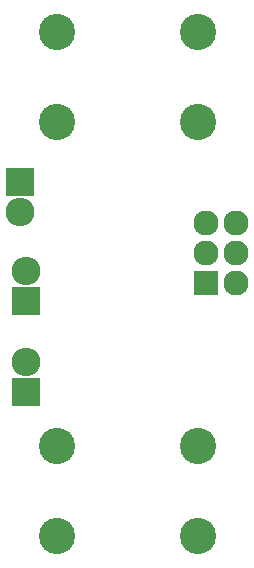
<source format=gbr>
G04 #@! TF.FileFunction,Soldermask,Bot*
%FSLAX46Y46*%
G04 Gerber Fmt 4.6, Leading zero omitted, Abs format (unit mm)*
G04 Created by KiCad (PCBNEW 4.0.5+dfsg1-4) date Thu Jun 25 19:11:42 2020*
%MOMM*%
%LPD*%
G01*
G04 APERTURE LIST*
%ADD10C,0.100000*%
%ADD11C,3.070000*%
%ADD12R,2.432000X2.432000*%
%ADD13O,2.432000X2.432000*%
%ADD14R,2.127200X2.127200*%
%ADD15O,2.127200X2.127200*%
G04 APERTURE END LIST*
D10*
D11*
X142553200Y-76757000D03*
X142553200Y-84377000D03*
X142553200Y-84377000D03*
X142553200Y-76757000D03*
X142553200Y-76757000D03*
X142553200Y-84377000D03*
X142553200Y-84377000D03*
X142553200Y-76757000D03*
X142553200Y-84377000D03*
X142553200Y-119426000D03*
X142553200Y-111806000D03*
X154553200Y-119376000D03*
X154553200Y-111756000D03*
X154553200Y-111756000D03*
X154553200Y-119376000D03*
X154553200Y-119376000D03*
X154553200Y-111756000D03*
X154553200Y-111756000D03*
X154553200Y-119376000D03*
X154553200Y-111756000D03*
X154553200Y-76707000D03*
X154553200Y-84327000D03*
D12*
X139981800Y-99480600D03*
D13*
X139981800Y-96940600D03*
D12*
X139994500Y-107227600D03*
D13*
X139994500Y-104687600D03*
D14*
X155183700Y-97982000D03*
D15*
X157723700Y-97982000D03*
X155183700Y-95442000D03*
X157723700Y-95442000D03*
X155183700Y-92902000D03*
X157723700Y-92902000D03*
D12*
X139489040Y-89437440D03*
D13*
X139489040Y-91977440D03*
M02*

</source>
